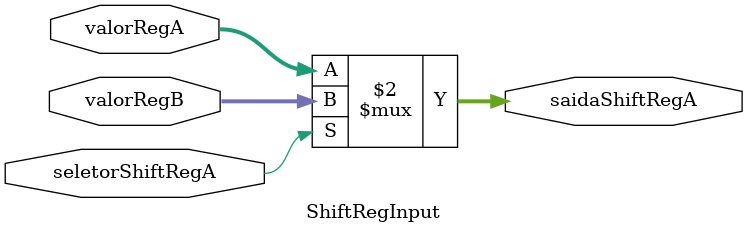
<source format=v>
  module ShiftRegInput (
  input  wire        seletorShiftRegA,
  input  wire [31:0] valorRegA,
  input  wire [31:0] valorRegB,

  output reg [31:0] saidaShiftRegA
);
  always @(*) begin
    saidaShiftRegA = (seletorShiftRegA) ? valorRegB : valorRegA;
  end
endmodule

// 0 => valorRegA
// 1 => valorRegB

</source>
